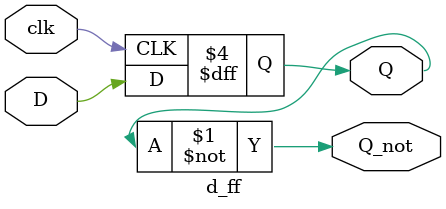
<source format=v>
module d_ff(
    input  clk,   // clock (btnC)
    input  D,     // data input
    output reg Q, // main output
    output      Q_not // complement
);
    // Initial state
    initial begin
        Q = 1'b0;
    end

    // Complement output
    assign Q_not = ~Q;

    // Edge-sensitive behavior: sample D on rising edge
    always @(posedge clk) begin
        Q <= D;
    end
endmodule
</source>
